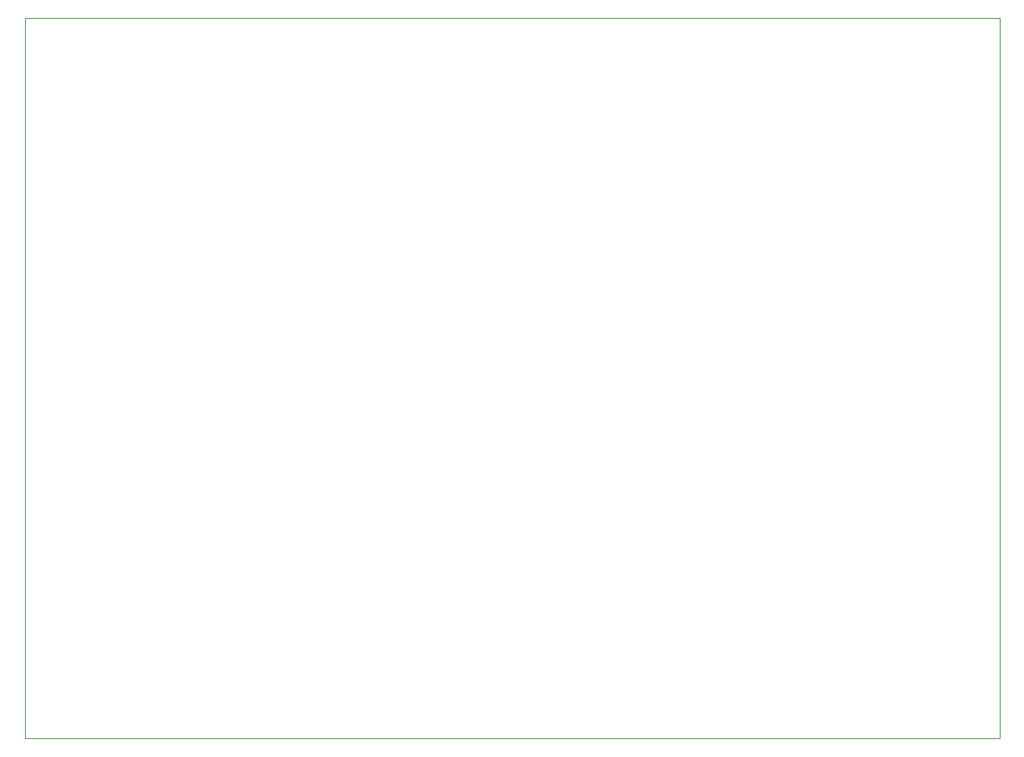
<source format=gbr>
%TF.GenerationSoftware,KiCad,Pcbnew,7.0.9*%
%TF.CreationDate,2024-05-06T10:06:48+02:00*%
%TF.ProjectId,Kicad_Passage_A_niveau_Stockage,4b696361-645f-4506-9173-736167655f41,rev?*%
%TF.SameCoordinates,Original*%
%TF.FileFunction,Profile,NP*%
%FSLAX46Y46*%
G04 Gerber Fmt 4.6, Leading zero omitted, Abs format (unit mm)*
G04 Created by KiCad (PCBNEW 7.0.9) date 2024-05-06 10:06:48*
%MOMM*%
%LPD*%
G01*
G04 APERTURE LIST*
%TA.AperFunction,Profile*%
%ADD10C,0.100000*%
%TD*%
G04 APERTURE END LIST*
D10*
X170397000Y-108726000D02*
X64897000Y-108726000D01*
X64897000Y-30726000D01*
X170397000Y-30726000D01*
X170397000Y-108726000D01*
M02*

</source>
